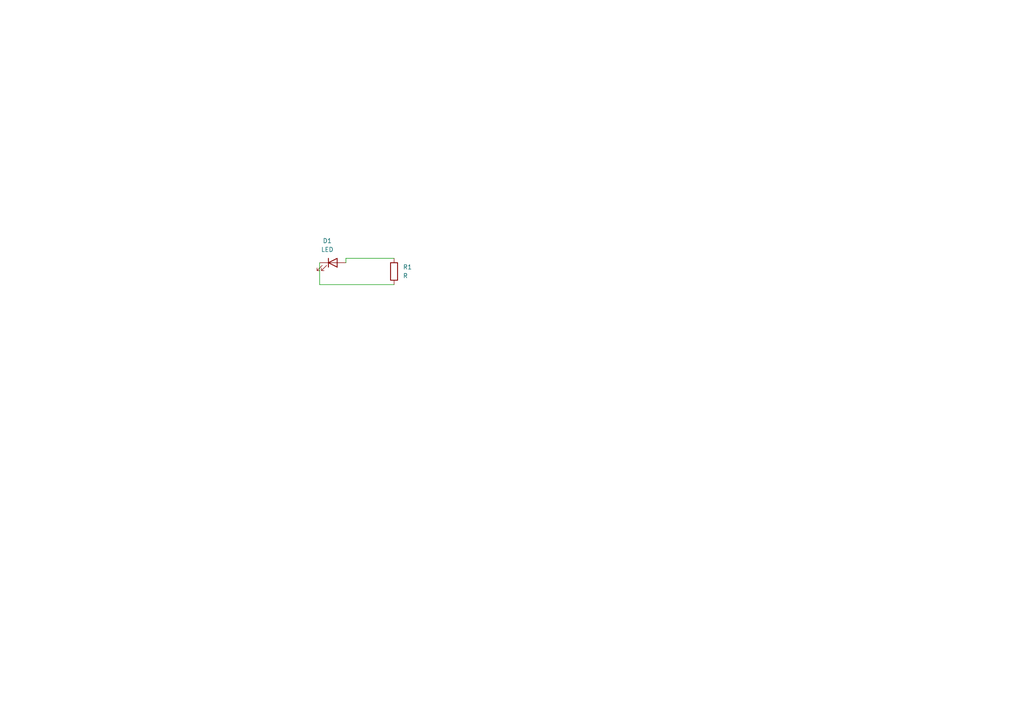
<source format=kicad_sch>
(kicad_sch
	(version 20231120)
	(generator "eeschema")
	(generator_version "8.0")
	(uuid "5ac43575-1c47-426c-be51-12b562b74c25")
	(paper "A4")
	(title_block
		(title "circuit resistor et led")
	)
	(lib_symbols
		(symbol "Device:LED"
			(pin_numbers hide)
			(pin_names
				(offset 1.016) hide)
			(exclude_from_sim no)
			(in_bom yes)
			(on_board yes)
			(property "Reference" "D"
				(at 0 2.54 0)
				(effects
					(font
						(size 1.27 1.27)
					)
				)
			)
			(property "Value" "LED"
				(at 0 -2.54 0)
				(effects
					(font
						(size 1.27 1.27)
					)
				)
			)
			(property "Footprint" ""
				(at 0 0 0)
				(effects
					(font
						(size 1.27 1.27)
					)
					(hide yes)
				)
			)
			(property "Datasheet" "~"
				(at 0 0 0)
				(effects
					(font
						(size 1.27 1.27)
					)
					(hide yes)
				)
			)
			(property "Description" "Light emitting diode"
				(at 0 0 0)
				(effects
					(font
						(size 1.27 1.27)
					)
					(hide yes)
				)
			)
			(property "ki_keywords" "LED diode"
				(at 0 0 0)
				(effects
					(font
						(size 1.27 1.27)
					)
					(hide yes)
				)
			)
			(property "ki_fp_filters" "LED* LED_SMD:* LED_THT:*"
				(at 0 0 0)
				(effects
					(font
						(size 1.27 1.27)
					)
					(hide yes)
				)
			)
			(symbol "LED_0_1"
				(polyline
					(pts
						(xy -1.27 -1.27) (xy -1.27 1.27)
					)
					(stroke
						(width 0.254)
						(type default)
					)
					(fill
						(type none)
					)
				)
				(polyline
					(pts
						(xy -1.27 0) (xy 1.27 0)
					)
					(stroke
						(width 0)
						(type default)
					)
					(fill
						(type none)
					)
				)
				(polyline
					(pts
						(xy 1.27 -1.27) (xy 1.27 1.27) (xy -1.27 0) (xy 1.27 -1.27)
					)
					(stroke
						(width 0.254)
						(type default)
					)
					(fill
						(type none)
					)
				)
				(polyline
					(pts
						(xy -3.048 -0.762) (xy -4.572 -2.286) (xy -3.81 -2.286) (xy -4.572 -2.286) (xy -4.572 -1.524)
					)
					(stroke
						(width 0)
						(type default)
					)
					(fill
						(type none)
					)
				)
				(polyline
					(pts
						(xy -1.778 -0.762) (xy -3.302 -2.286) (xy -2.54 -2.286) (xy -3.302 -2.286) (xy -3.302 -1.524)
					)
					(stroke
						(width 0)
						(type default)
					)
					(fill
						(type none)
					)
				)
			)
			(symbol "LED_1_1"
				(pin passive line
					(at -3.81 0 0)
					(length 2.54)
					(name "K"
						(effects
							(font
								(size 1.27 1.27)
							)
						)
					)
					(number "1"
						(effects
							(font
								(size 1.27 1.27)
							)
						)
					)
				)
				(pin passive line
					(at 3.81 0 180)
					(length 2.54)
					(name "A"
						(effects
							(font
								(size 1.27 1.27)
							)
						)
					)
					(number "2"
						(effects
							(font
								(size 1.27 1.27)
							)
						)
					)
				)
			)
		)
		(symbol "Device:R"
			(pin_numbers hide)
			(pin_names
				(offset 0)
			)
			(exclude_from_sim no)
			(in_bom yes)
			(on_board yes)
			(property "Reference" "R"
				(at 2.032 0 90)
				(effects
					(font
						(size 1.27 1.27)
					)
				)
			)
			(property "Value" "R"
				(at 0 0 90)
				(effects
					(font
						(size 1.27 1.27)
					)
				)
			)
			(property "Footprint" ""
				(at -1.778 0 90)
				(effects
					(font
						(size 1.27 1.27)
					)
					(hide yes)
				)
			)
			(property "Datasheet" "~"
				(at 0 0 0)
				(effects
					(font
						(size 1.27 1.27)
					)
					(hide yes)
				)
			)
			(property "Description" "Resistor"
				(at 0 0 0)
				(effects
					(font
						(size 1.27 1.27)
					)
					(hide yes)
				)
			)
			(property "ki_keywords" "R res resistor"
				(at 0 0 0)
				(effects
					(font
						(size 1.27 1.27)
					)
					(hide yes)
				)
			)
			(property "ki_fp_filters" "R_*"
				(at 0 0 0)
				(effects
					(font
						(size 1.27 1.27)
					)
					(hide yes)
				)
			)
			(symbol "R_0_1"
				(rectangle
					(start -1.016 -2.54)
					(end 1.016 2.54)
					(stroke
						(width 0.254)
						(type default)
					)
					(fill
						(type none)
					)
				)
			)
			(symbol "R_1_1"
				(pin passive line
					(at 0 3.81 270)
					(length 1.27)
					(name "~"
						(effects
							(font
								(size 1.27 1.27)
							)
						)
					)
					(number "1"
						(effects
							(font
								(size 1.27 1.27)
							)
						)
					)
				)
				(pin passive line
					(at 0 -3.81 90)
					(length 1.27)
					(name "~"
						(effects
							(font
								(size 1.27 1.27)
							)
						)
					)
					(number "2"
						(effects
							(font
								(size 1.27 1.27)
							)
						)
					)
				)
			)
		)
	)
	(wire
		(pts
			(xy 114.3 74.93) (xy 100.33 74.93)
		)
		(stroke
			(width 0)
			(type default)
		)
		(uuid "0f57c7e3-8dbe-4c4b-8e12-fc76f32b1735")
	)
	(wire
		(pts
			(xy 100.33 74.93) (xy 100.33 76.2)
		)
		(stroke
			(width 0)
			(type default)
		)
		(uuid "9f1bb98a-2949-4396-abd7-6f53c875086e")
	)
	(wire
		(pts
			(xy 92.71 82.55) (xy 114.3 82.55)
		)
		(stroke
			(width 0)
			(type default)
		)
		(uuid "c7a75c4f-c622-4d69-b1ee-e8d8ad0d562c")
	)
	(wire
		(pts
			(xy 92.71 76.2) (xy 92.71 82.55)
		)
		(stroke
			(width 0)
			(type default)
		)
		(uuid "ddd079b5-32d1-4f25-a136-4e4b4aaa06f4")
	)
	(symbol
		(lib_id "Device:LED")
		(at 96.52 76.2 0)
		(unit 1)
		(exclude_from_sim no)
		(in_bom yes)
		(on_board yes)
		(dnp no)
		(fields_autoplaced yes)
		(uuid "4c2451c2-f35a-42f8-818c-9f56bc801e1d")
		(property "Reference" "D1"
			(at 94.9325 69.85 0)
			(effects
				(font
					(size 1.27 1.27)
				)
			)
		)
		(property "Value" "LED"
			(at 94.9325 72.39 0)
			(effects
				(font
					(size 1.27 1.27)
				)
			)
		)
		(property "Footprint" "LED_THT:LED_D1.8mm_W3.3mm_H2.4mm"
			(at 96.52 76.2 0)
			(effects
				(font
					(size 1.27 1.27)
				)
				(hide yes)
			)
		)
		(property "Datasheet" "~"
			(at 96.52 76.2 0)
			(effects
				(font
					(size 1.27 1.27)
				)
				(hide yes)
			)
		)
		(property "Description" "Light emitting diode"
			(at 96.52 76.2 0)
			(effects
				(font
					(size 1.27 1.27)
				)
				(hide yes)
			)
		)
		(pin "1"
			(uuid "b9ea4bf3-729c-4f95-96f4-c676930e3e5a")
		)
		(pin "2"
			(uuid "e69b066d-62a4-4207-b820-3cc9ddacc90e")
		)
		(instances
			(project ""
				(path "/5ac43575-1c47-426c-be51-12b562b74c25"
					(reference "D1")
					(unit 1)
				)
			)
		)
	)
	(symbol
		(lib_id "Device:R")
		(at 114.3 78.74 0)
		(unit 1)
		(exclude_from_sim no)
		(in_bom yes)
		(on_board yes)
		(dnp no)
		(fields_autoplaced yes)
		(uuid "ef5e42ba-3788-491e-ae14-5295a02fae68")
		(property "Reference" "R1"
			(at 116.84 77.4699 0)
			(effects
				(font
					(size 1.27 1.27)
				)
				(justify left)
			)
		)
		(property "Value" "R"
			(at 116.84 80.0099 0)
			(effects
				(font
					(size 1.27 1.27)
				)
				(justify left)
			)
		)
		(property "Footprint" "Resistor_THT:R_Axial_DIN0204_L3.6mm_D1.6mm_P5.08mm_Horizontal"
			(at 112.522 78.74 90)
			(effects
				(font
					(size 1.27 1.27)
				)
				(hide yes)
			)
		)
		(property "Datasheet" "~"
			(at 114.3 78.74 0)
			(effects
				(font
					(size 1.27 1.27)
				)
				(hide yes)
			)
		)
		(property "Description" "Resistor"
			(at 114.3 78.74 0)
			(effects
				(font
					(size 1.27 1.27)
				)
				(hide yes)
			)
		)
		(pin "2"
			(uuid "a37cdead-b04c-4ad5-ae53-08bf7bf383fa")
		)
		(pin "1"
			(uuid "174bcbab-2ab7-4cb1-8a55-10b88c45bd06")
		)
		(instances
			(project ""
				(path "/5ac43575-1c47-426c-be51-12b562b74c25"
					(reference "R1")
					(unit 1)
				)
			)
		)
	)
	(sheet_instances
		(path "/"
			(page "1")
		)
	)
)

</source>
